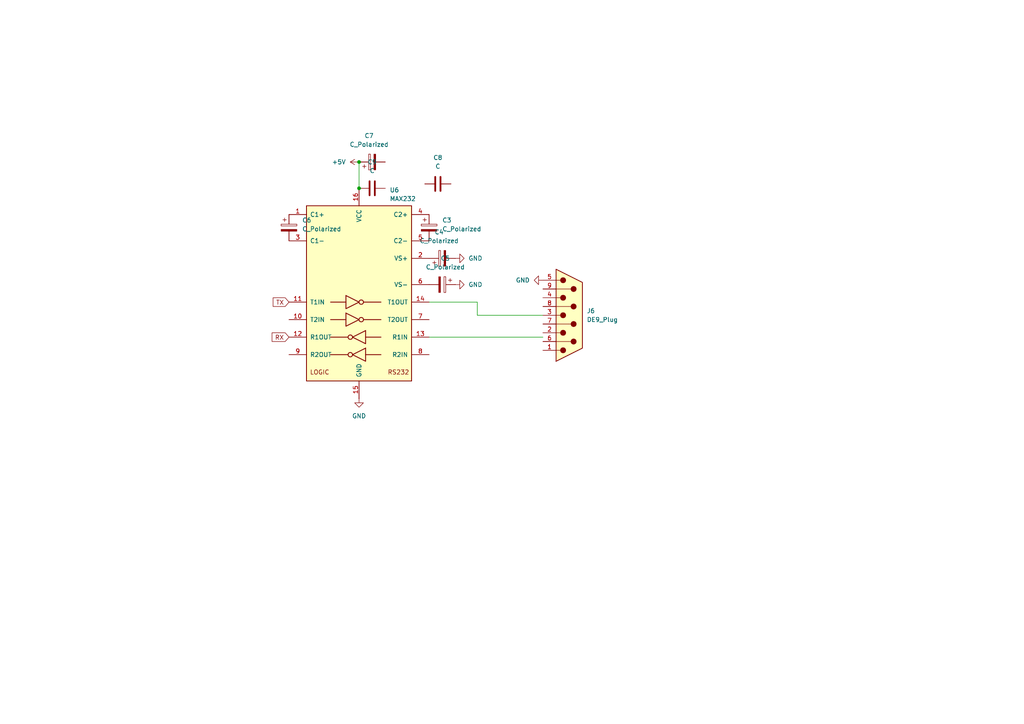
<source format=kicad_sch>
(kicad_sch (version 20231120) (generator "eeschema") (generator_version "8.0")
  (paper "A4")
  (lib_symbols
    (symbol "Connector:DE9_Plug" (pin_names (offset 1.016) hide)
      (property "Reference" "J" (at 0 13.97 0))
      (property "Value" "DE9_Plug" (at 0 -14.605 0))
      (symbol "DE9_Plug_0_1"
        (circle (center -1.778 -10.16) (radius 0.762) (fill (type outline)))
        (circle (center -1.778 -5.08) (radius 0.762) (fill (type outline)))
        (circle (center -1.778 0) (radius 0.762) (fill (type outline)))
        (circle (center -1.778 5.08) (radius 0.762) (fill (type outline)))
        (circle (center -1.778 10.16) (radius 0.762) (fill (type outline)))
        (polyline (pts (xy -3.81 -10.16) (xy -2.54 -10.16)))
        (polyline (pts (xy -3.81 -7.62) (xy 0.508 -7.62)))
        (polyline (pts (xy -3.81 -5.08) (xy -2.54 -5.08)))
        (polyline (pts (xy -3.81 -2.54) (xy 0.508 -2.54)))
        (polyline (pts (xy -3.81 0) (xy -2.54 0)))
        (polyline (pts (xy -3.81 2.54) (xy 0.508 2.54)))
        (polyline (pts (xy -3.81 5.08) (xy -2.54 5.08)))
        (polyline (pts (xy -3.81 7.62) (xy 0.508 7.62)))
        (polyline (pts (xy -3.81 10.16) (xy -2.54 10.16)))
        (polyline (pts (xy -3.81 -13.335) (xy -3.81 13.335) (xy 3.81 9.525) (xy 3.81 -9.525) (xy -3.81 -13.335)) (stroke (width 0.254)) (fill (type background)))
        (circle (center 1.27 -7.62) (radius 0.762) (fill (type outline)))
        (circle (center 1.27 -2.54) (radius 0.762) (fill (type outline)))
        (circle (center 1.27 2.54) (radius 0.762) (fill (type outline)))
        (circle (center 1.27 7.62) (radius 0.762) (fill (type outline)))
      )
      (symbol "DE9_Plug_1_1"
        (pin passive line (at -7.62 -10.16 0) (length 3.81) (name "1") (number "1"))
        (pin passive line (at -7.62 -5.08 0) (length 3.81) (name "2") (number "2"))
        (pin passive line (at -7.62 0 0) (length 3.81) (name "3") (number "3"))
        (pin passive line (at -7.62 5.08 0) (length 3.81) (name "4") (number "4"))
        (pin passive line (at -7.62 10.16 0) (length 3.81) (name "5") (number "5"))
        (pin passive line (at -7.62 -7.62 0) (length 3.81) (name "6") (number "6"))
        (pin passive line (at -7.62 -2.54 0) (length 3.81) (name "7") (number "7"))
        (pin passive line (at -7.62 2.54 0) (length 3.81) (name "8") (number "8"))
        (pin passive line (at -7.62 7.62 0) (length 3.81) (name "9") (number "9"))
      )
    )
    (symbol "Device:C" (pin_numbers hide) (pin_names (offset 0.254))
      (property "Reference" "C" (at 0.635 2.54 0))
      (property "Value" "C" (at 0.635 -2.54 0))
      (symbol "C_0_1"
        (polyline (pts (xy -2.032 -0.762) (xy 2.032 -0.762)) (stroke (width 0.508)))
        (polyline (pts (xy -2.032 0.762) (xy 2.032 0.762)) (stroke (width 0.508)))
      )
      (symbol "C_1_1"
        (pin passive line (at 0 3.81 270) (length 2.794) (name "~") (number "1"))
        (pin passive line (at 0 -3.81 90) (length 2.794) (name "~") (number "2"))
      )
    )
    (symbol "Device:C_Polarized" (pin_numbers hide) (pin_names (offset 0.254))
      (property "Reference" "C" (at 0.635 2.54 0))
      (property "Value" "C_Polarized" (at 0.635 -2.54 0))
      (symbol "C_Polarized_0_1"
        (rectangle (start -2.286 0.508) (end 2.286 1.016))
        (polyline (pts (xy -1.778 2.286) (xy -0.762 2.286)))
        (polyline (pts (xy -1.27 2.794) (xy -1.27 1.778)))
        (rectangle (start 2.286 -0.508) (end -2.286 -1.016) (fill (type outline)))
      )
      (symbol "C_Polarized_1_1"
        (pin passive line (at 0 3.81 270) (length 2.794) (name "~") (number "1"))
        (pin passive line (at 0 -3.81 90) (length 2.794) (name "~") (number "2"))
      )
    )
    (symbol "Interface_UART:MAX232" (pin_names (offset 1.016))
      (property "Reference" "U" (at -2.54 28.575 0))
      (property "Value" "MAX232" (at -2.54 26.67 0))
      (symbol "MAX232_0_0"
        (text "LOGIC" (at -11.43 -22.86 0) (effects (font (size 1.27 1.27))))
        (text "RS232" (at 11.43 -22.86 0) (effects (font (size 1.27 1.27))))
      )
      (symbol "MAX232_0_1"
        (rectangle (start -15.24 -25.4) (end 15.24 25.4) (stroke (width 0.254)) (fill (type background)))
        (circle (center -2.54 -17.78) (radius 0.635) (stroke (width 0.254)))
        (circle (center -2.54 -12.7) (radius 0.635) (stroke (width 0.254)))
        (polyline (pts (xy -3.81 -7.62) (xy -8.255 -7.62)) (stroke (width 0.254)))
        (polyline (pts (xy -3.81 -2.54) (xy -8.255 -2.54)) (stroke (width 0.254)))
        (polyline (pts (xy -3.175 -17.78) (xy -8.255 -17.78)) (stroke (width 0.254)))
        (polyline (pts (xy -3.175 -12.7) (xy -8.255 -12.7)) (stroke (width 0.254)))
        (polyline (pts (xy 1.27 -7.62) (xy 6.35 -7.62)) (stroke (width 0.254)))
        (polyline (pts (xy 1.27 -2.54) (xy 6.35 -2.54)) (stroke (width 0.254)))
        (polyline (pts (xy 1.905 -17.78) (xy 6.35 -17.78)) (stroke (width 0.254)))
        (polyline (pts (xy 1.905 -12.7) (xy 6.35 -12.7)) (stroke (width 0.254)))
        (polyline (pts (xy -3.81 -5.715) (xy -3.81 -9.525) (xy 0 -7.62) (xy -3.81 -5.715)) (stroke (width 0.254)))
        (polyline (pts (xy -3.81 -0.635) (xy -3.81 -4.445) (xy 0 -2.54) (xy -3.81 -0.635)) (stroke (width 0.254)))
        (polyline (pts (xy 1.905 -15.875) (xy 1.905 -19.685) (xy -1.905 -17.78) (xy 1.905 -15.875)) (stroke (width 0.254)))
        (polyline (pts (xy 1.905 -10.795) (xy 1.905 -14.605) (xy -1.905 -12.7) (xy 1.905 -10.795)) (stroke (width 0.254)))
        (circle (center 0.635 -7.62) (radius 0.635) (stroke (width 0.254)))
        (circle (center 0.635 -2.54) (radius 0.635) (stroke (width 0.254)))
      )
      (symbol "MAX232_1_1"
        (pin passive line (at -20.32 22.86 0) (length 5.08) (name "C1+") (number "1"))
        (pin input line (at -20.32 -7.62 0) (length 5.08) (name "T2IN") (number "10"))
        (pin input line (at -20.32 -2.54 0) (length 5.08) (name "T1IN") (number "11"))
        (pin output line (at -20.32 -12.7 0) (length 5.08) (name "R1OUT") (number "12"))
        (pin input line (at 20.32 -12.7 180) (length 5.08) (name "R1IN") (number "13"))
        (pin output line (at 20.32 -2.54 180) (length 5.08) (name "T1OUT") (number "14"))
        (pin power_in line (at 0 -30.48 90) (length 5.08) (name "GND") (number "15"))
        (pin power_in line (at 0 30.48 270) (length 5.08) (name "VCC") (number "16"))
        (pin power_out line (at 20.32 10.16 180) (length 5.08) (name "VS+") (number "2"))
        (pin passive line (at -20.32 15.24 0) (length 5.08) (name "C1-") (number "3"))
        (pin passive line (at 20.32 22.86 180) (length 5.08) (name "C2+") (number "4"))
        (pin passive line (at 20.32 15.24 180) (length 5.08) (name "C2-") (number "5"))
        (pin power_out line (at 20.32 2.54 180) (length 5.08) (name "VS-") (number "6"))
        (pin output line (at 20.32 -7.62 180) (length 5.08) (name "T2OUT") (number "7"))
        (pin input line (at 20.32 -17.78 180) (length 5.08) (name "R2IN") (number "8"))
        (pin output line (at -20.32 -17.78 0) (length 5.08) (name "R2OUT") (number "9"))
      )
    )
    (symbol "power:+5V" (power) (pin_numbers hide) (pin_names (offset 0) hide)
      (property "Value" "+5V" (at 0 3.556 0))
      (symbol "+5V_0_1"
        (polyline (pts (xy -0.762 1.27) (xy 0 2.54)))
        (polyline (pts (xy 0 0) (xy 0 2.54)))
        (polyline (pts (xy 0 2.54) (xy 0.762 1.27)))
      )
      (symbol "+5V_1_1"
        (pin power_in line (at 0 0 90) (length 0) (name "~") (number "1"))
      )
    )
    (symbol "power:GND" (power) (pin_numbers hide) (pin_names (offset 0) hide)
      (property "Value" "GND" (at 0 -3.81 0))
      (symbol "GND_0_1"
        (polyline (pts (xy 0 0) (xy 0 -1.27) (xy 1.27 -1.27) (xy 0 -2.54) (xy -1.27 -1.27) (xy 0 -1.27)))
      )
      (symbol "GND_1_1"
        (pin power_in line (at 0 0 270) (length 0) (name "~") (number "1"))
      )
    )
  )
  (junction (at 104.14 46.99))
  (junction (at 104.14 54.61))
  (wire (pts (xy 138.43 87.63) (xy 124.46 87.63)))
  (wire (pts (xy 138.43 91.44) (xy 138.43 87.63)))
  (wire (pts (xy 124.46 97.79) (xy 157.48 97.79)))
  (wire (pts (xy 138.43 91.44) (xy 157.48 91.44)))
  (wire (pts (xy 104.14 46.99) (xy 104.14 54.61)))
  (global_label "RX" (shape input) (at 83.82 97.79 180) (property "Intersheetrefs" "${INTERSHEET_REFS}" (effects (hide yes))))
  (global_label "TX" (shape input) (at 83.82 87.63 180) (property "Intersheetrefs" "${INTERSHEET_REFS}" (effects (hide yes))))
  (symbol (lib_id "Device:C_Polarized") (at 83.82 66.04 0) (unit 1)
    (property "Reference" "C6" (at 87.63 63.8809 0) (effects (justify left)))
    (property "Value" "C_Polarized" (at 87.63 66.4209 0) (effects (justify left)))
    (property "Description" "Polarized capacitor" (effects (hide yes)))
  )
  (symbol (lib_id "power:GND") (at 104.14 115.57 0) (unit 1)
    (property "Reference" "#PWR055" (effects (hide yes)))
    (property "Value" "GND" (at 104.14 120.65 0))
    (property "Description" "Power symbol creates a global label with name \"GND\" , ground" (effects (hide yes)))
  )
  (symbol (lib_id "power:+5V") (at 104.14 46.99 90) (unit 1)
    (property "Reference" "#PWR054" (effects (hide yes)))
    (property "Value" "+5V" (at 100.33 46.9899 90) (effects (justify left)))
    (property "Description" "Power symbol creates a global label with name \"+5V\"" (effects (hide yes)))
  )
  (symbol (lib_id "Device:C_Polarized") (at 128.27 74.93 90) (unit 1)
    (property "Reference" "C4" (at 127.381 67.31 90))
    (property "Value" "C_Polarized" (at 127.381 69.85 90))
    (property "Description" "Polarized capacitor" (effects (hide yes)))
  )
  (symbol (lib_id "power:GND") (at 132.08 74.93 90) (unit 1)
    (property "Reference" "#PWR052" (effects (hide yes)))
    (property "Value" "GND" (at 135.8476 74.9299 90) (effects (justify right)))
    (property "Description" "Power symbol creates a global label with name \"GND\" , ground" (effects (hide yes)))
  )
  (symbol (lib_id "Connector:DE9_Plug") (at 165.1 91.44 0) (unit 1)
    (property "Reference" "J6" (at 170.18 90.1699 0) (effects (justify left)))
    (property "Value" "DE9_Plug" (at 170.18 92.7099 0) (effects (justify left)))
    (property "Datasheet" " ~" (effects (hide yes)))
    (property "Description" "9-pin male plug pin D-SUB connector" (effects (hide yes)))
  )
  (symbol (lib_id "Device:C_Polarized") (at 124.46 66.04 0) (unit 1)
    (property "Reference" "C3" (at 128.27 63.8809 0) (effects (justify left)))
    (property "Value" "C_Polarized" (at 128.27 66.4209 0) (effects (justify left)))
    (property "Description" "Polarized capacitor" (effects (hide yes)))
  )
  (symbol (lib_id "Device:C_Polarized") (at 128.27 82.55 270) (unit 1)
    (property "Reference" "C5" (at 129.159 74.93 90))
    (property "Value" "C_Polarized" (at 129.159 77.47 90))
    (property "Description" "Polarized capacitor" (effects (hide yes)))
  )
  (symbol (lib_id "Device:C") (at 127 53.34 90) (unit 1)
    (property "Reference" "C8" (at 127 45.72 90))
    (property "Value" "C" (at 127 48.26 90))
    (property "Description" "Unpolarized capacitor" (effects (hide yes)))
  )
  (symbol (lib_id "Device:C_Polarized") (at 107.95 46.99 90) (unit 1)
    (property "Reference" "C7" (at 107.061 39.37 90))
    (property "Value" "C_Polarized" (at 107.061 41.91 90))
    (property "Description" "Polarized capacitor" (effects (hide yes)))
  )
  (symbol (lib_id "Interface_UART:MAX232") (at 104.14 85.09 0) (unit 1)
    (property "Reference" "U6" (at 113.03 55.118 0) (effects (justify left)))
    (property "Value" "MAX232" (at 113.03 57.658 0) (effects (justify left)))
    (property "Datasheet" "http://www.ti.com/lit/ds/symlink/max232.pdf" (effects (hide yes)))
    (property "Description" "Dual RS232 driver/receiver, 5V supply, 120kb/s, 0C-70C" (effects (hide yes)))
  )
  (symbol (lib_id "Device:C") (at 107.95 54.61 90) (unit 1)
    (property "Reference" "C9" (at 107.95 46.99 90))
    (property "Value" "C" (at 107.95 49.53 90))
    (property "Description" "Unpolarized capacitor" (effects (hide yes)))
  )
  (symbol (lib_id "power:GND") (at 157.48 81.28 270) (unit 1)
    (property "Reference" "#PWR051" (effects (hide yes)))
    (property "Value" "GND" (at 153.67 81.2799 90) (effects (justify right)))
    (property "Description" "Power symbol creates a global label with name \"GND\" , ground" (effects (hide yes)))
  )
  (symbol (lib_id "power:GND") (at 132.08 82.55 90) (unit 1)
    (property "Reference" "#PWR053" (effects (hide yes)))
    (property "Value" "GND" (at 135.8476 82.5499 90) (effects (justify right)))
    (property "Description" "Power symbol creates a global label with name \"GND\" , ground" (effects (hide yes)))
  )
)
</source>
